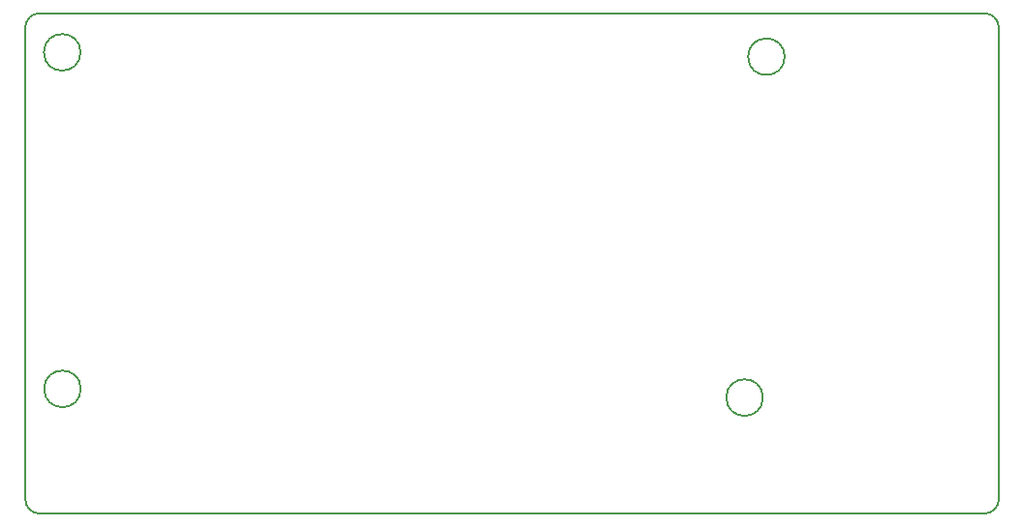
<source format=gbr>
G04 #@! TF.GenerationSoftware,KiCad,Pcbnew,5.0.2-bee76a0~70~ubuntu18.04.1*
G04 #@! TF.CreationDate,2020-05-13T22:27:55-07:00*
G04 #@! TF.ProjectId,auto-chicken-coop-door,6175746f-2d63-4686-9963-6b656e2d636f,rev?*
G04 #@! TF.SameCoordinates,Original*
G04 #@! TF.FileFunction,Profile,NP*
%FSLAX46Y46*%
G04 Gerber Fmt 4.6, Leading zero omitted, Abs format (unit mm)*
G04 Created by KiCad (PCBNEW 5.0.2-bee76a0~70~ubuntu18.04.1) date Wed 13 May 2020 10:27:55 PM PDT*
%MOMM*%
%LPD*%
G01*
G04 APERTURE LIST*
%ADD10C,0.150000*%
G04 APERTURE END LIST*
D10*
X136906000Y-78359000D02*
G75*
G03X136906000Y-78359000I-1600000J0D01*
G01*
X217170000Y-117475000D02*
G75*
G02X215900000Y-118745000I-1270000J0D01*
G01*
X133350000Y-118745000D02*
G75*
G02X132080000Y-117475000I0J1270000D01*
G01*
X132080000Y-76200000D02*
G75*
G02X133350000Y-74930000I1270000J0D01*
G01*
X215900000Y-74930000D02*
G75*
G02X217170000Y-76200000I0J-1270000D01*
G01*
X198450000Y-78740000D02*
G75*
G03X198450000Y-78740000I-1600000J0D01*
G01*
X196545000Y-108585000D02*
G75*
G03X196545000Y-108585000I-1600000J0D01*
G01*
X136931000Y-107823000D02*
G75*
G03X136931000Y-107823000I-1600000J0D01*
G01*
X217170000Y-117475000D02*
X217170000Y-76200000D01*
X133350000Y-118745000D02*
X215900000Y-118745000D01*
X132080000Y-76200000D02*
X132080000Y-117475000D01*
X133350000Y-74930000D02*
X215900000Y-74930000D01*
M02*

</source>
